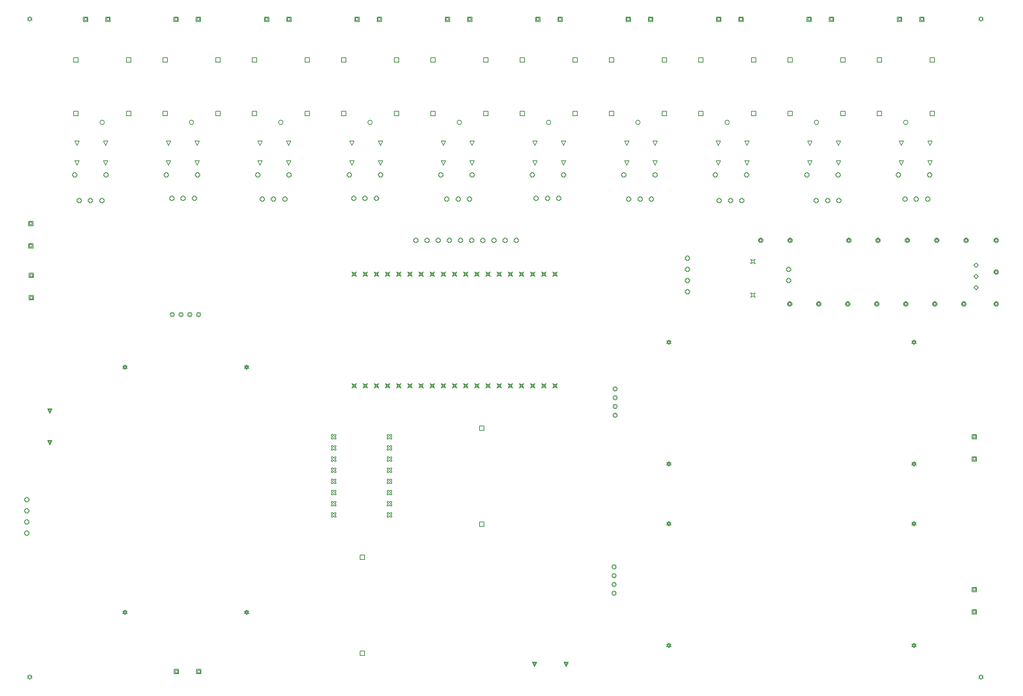
<source format=gbr>
%TF.GenerationSoftware,Altium Limited,Altium Designer,22.1.2 (22)*%
G04 Layer_Color=2752767*
%FSLAX45Y45*%
%MOMM*%
%TF.SameCoordinates,97720CCC-B93B-4F85-99AC-C394CD96EF65*%
%TF.FilePolarity,Positive*%
%TF.FileFunction,Drawing*%
%TF.Part,Single*%
G01*
G75*
%TA.AperFunction,NonConductor*%
%ADD79C,0.12700*%
%ADD115C,0.16933*%
%ADD116C,0.10160*%
D79*
X4314900Y4712100D02*
Y4813700D01*
X4416500D01*
Y4712100D01*
X4314900D01*
X5514900D02*
Y4813700D01*
X5616500D01*
Y4712100D01*
X5514900D01*
Y3492100D02*
Y3593700D01*
X5616500D01*
Y3492100D01*
X5514900D01*
X4314900D02*
Y3593700D01*
X4416500D01*
Y3492100D01*
X4314900D01*
X-6990966Y2815800D02*
X-7041766Y2917400D01*
X-6940166D01*
X-6990966Y2815800D01*
Y2365800D02*
X-7041766Y2467400D01*
X-6940166D01*
X-6990966Y2365800D01*
X-7640966Y2815800D02*
X-7691766Y2917400D01*
X-7590166D01*
X-7640966Y2815800D01*
Y2365800D02*
X-7691766Y2467400D01*
X-7590166D01*
X-7640966Y2365800D01*
X-14968600Y-9329800D02*
X-14943201Y-9304400D01*
X-14917799D01*
X-14943201Y-9279000D01*
X-14917799Y-9253600D01*
X-14943201D01*
X-14968600Y-9228200D01*
X-14994000Y-9253600D01*
X-15019400D01*
X-14994000Y-9279000D01*
X-15019400Y-9304400D01*
X-14994000D01*
X-14968600Y-9329800D01*
X1435100Y-635000D02*
X1460500Y-584200D01*
X1435100Y-533400D01*
X1485900Y-558800D01*
X1536700Y-533400D01*
X1511300Y-584200D01*
X1536700Y-635000D01*
X1485900Y-609600D01*
X1435100Y-635000D01*
Y127000D02*
X1460500Y177800D01*
X1435100Y228600D01*
X1485900Y203200D01*
X1536700Y228600D01*
X1511300Y177800D01*
X1536700Y127000D01*
X1485900Y152400D01*
X1435100Y127000D01*
X-6210300Y635000D02*
Y609600D01*
X-6159500D01*
Y635000D01*
X-6134100D01*
Y685800D01*
X-6159500D01*
Y711200D01*
X-6210300D01*
Y685800D01*
X-6235700D01*
Y635000D01*
X-6210300D01*
X-5956300D02*
Y609600D01*
X-5905500D01*
Y635000D01*
X-5880100D01*
Y685800D01*
X-5905500D01*
Y711200D01*
X-5956300D01*
Y685800D01*
X-5981700D01*
Y635000D01*
X-5956300D01*
X-5702300D02*
Y609600D01*
X-5651500D01*
Y635000D01*
X-5626100D01*
Y685800D01*
X-5651500D01*
Y711200D01*
X-5702300D01*
Y685800D01*
X-5727700D01*
Y635000D01*
X-5702300D01*
X-5448300D02*
Y609600D01*
X-5397500D01*
Y635000D01*
X-5372100D01*
Y685800D01*
X-5397500D01*
Y711200D01*
X-5448300D01*
Y685800D01*
X-5473700D01*
Y635000D01*
X-5448300D01*
X-5194300D02*
Y609600D01*
X-5143500D01*
Y635000D01*
X-5118100D01*
Y685800D01*
X-5143500D01*
Y711200D01*
X-5194300D01*
Y685800D01*
X-5219700D01*
Y635000D01*
X-5194300D01*
X-4940300D02*
Y609600D01*
X-4889500D01*
Y635000D01*
X-4864100D01*
Y685800D01*
X-4889500D01*
Y711200D01*
X-4940300D01*
Y685800D01*
X-4965700D01*
Y635000D01*
X-4940300D01*
X-4686300D02*
Y609600D01*
X-4635500D01*
Y635000D01*
X-4610100D01*
Y685800D01*
X-4635500D01*
Y711200D01*
X-4686300D01*
Y685800D01*
X-4711700D01*
Y635000D01*
X-4686300D01*
X-4432300D02*
Y609600D01*
X-4381500D01*
Y635000D01*
X-4356100D01*
Y685800D01*
X-4381500D01*
Y711200D01*
X-4432300D01*
Y685800D01*
X-4457700D01*
Y635000D01*
X-4432300D01*
X-4178300D02*
Y609600D01*
X-4127500D01*
Y635000D01*
X-4102100D01*
Y685800D01*
X-4127500D01*
Y711200D01*
X-4178300D01*
Y685800D01*
X-4203700D01*
Y635000D01*
X-4178300D01*
X-3924300D02*
Y609600D01*
X-3873500D01*
Y635000D01*
X-3848100D01*
Y685800D01*
X-3873500D01*
Y711200D01*
X-3924300D01*
Y685800D01*
X-3949700D01*
Y635000D01*
X-3924300D01*
X-3813100Y4712100D02*
Y4813700D01*
X-3711500D01*
Y4712100D01*
X-3813100D01*
X-2613100D02*
Y4813700D01*
X-2511500D01*
Y4712100D01*
X-2613100D01*
Y3492100D02*
Y3593700D01*
X-2511500D01*
Y3492100D01*
X-2613100D01*
X-3813100D02*
Y3593700D01*
X-3711500D01*
Y3492100D01*
X-3813100D01*
X-5845100Y4712100D02*
Y4813700D01*
X-5743500D01*
Y4712100D01*
X-5845100D01*
X-4645100D02*
Y4813700D01*
X-4543500D01*
Y4712100D01*
X-4645100D01*
Y3492100D02*
Y3593700D01*
X-4543500D01*
Y3492100D01*
X-4645100D01*
X-5845100D02*
Y3593700D01*
X-5743500D01*
Y3492100D01*
X-5845100D01*
X-11941100D02*
Y3593700D01*
X-11839500D01*
Y3492100D01*
X-11941100D01*
X-10741100D02*
Y3593700D01*
X-10639500D01*
Y3492100D01*
X-10741100D01*
Y4712100D02*
Y4813700D01*
X-10639500D01*
Y4712100D01*
X-10741100D01*
X-11941100D02*
Y4813700D01*
X-11839500D01*
Y4712100D01*
X-11941100D01*
X-6832600Y-5638800D02*
X-6807200D01*
X-6781800Y-5613400D01*
X-6756400Y-5638800D01*
X-6731000D01*
Y-5613400D01*
X-6756400Y-5588000D01*
X-6731000Y-5562600D01*
Y-5537200D01*
X-6756400D01*
X-6781800Y-5562600D01*
X-6807200Y-5537200D01*
X-6832600D01*
Y-5562600D01*
X-6807200Y-5588000D01*
X-6832600Y-5613400D01*
Y-5638800D01*
Y-5384800D02*
X-6807200D01*
X-6781800Y-5359400D01*
X-6756400Y-5384800D01*
X-6731000D01*
Y-5359400D01*
X-6756400Y-5334000D01*
X-6731000Y-5308600D01*
Y-5283200D01*
X-6756400D01*
X-6781800Y-5308600D01*
X-6807200Y-5283200D01*
X-6832600D01*
Y-5308600D01*
X-6807200Y-5334000D01*
X-6832600Y-5359400D01*
Y-5384800D01*
Y-5130800D02*
X-6807200D01*
X-6781800Y-5105400D01*
X-6756400Y-5130800D01*
X-6731000D01*
Y-5105400D01*
X-6756400Y-5080000D01*
X-6731000Y-5054600D01*
Y-5029200D01*
X-6756400D01*
X-6781800Y-5054600D01*
X-6807200Y-5029200D01*
X-6832600D01*
Y-5054600D01*
X-6807200Y-5080000D01*
X-6832600Y-5105400D01*
Y-5130800D01*
Y-4876800D02*
X-6807200D01*
X-6781800Y-4851400D01*
X-6756400Y-4876800D01*
X-6731000D01*
Y-4851400D01*
X-6756400Y-4826000D01*
X-6731000Y-4800600D01*
Y-4775200D01*
X-6756400D01*
X-6781800Y-4800600D01*
X-6807200Y-4775200D01*
X-6832600D01*
Y-4800600D01*
X-6807200Y-4826000D01*
X-6832600Y-4851400D01*
Y-4876800D01*
Y-4622800D02*
X-6807200D01*
X-6781800Y-4597400D01*
X-6756400Y-4622800D01*
X-6731000D01*
Y-4597400D01*
X-6756400Y-4572000D01*
X-6731000Y-4546600D01*
Y-4521200D01*
X-6756400D01*
X-6781800Y-4546600D01*
X-6807200Y-4521200D01*
X-6832600D01*
Y-4546600D01*
X-6807200Y-4572000D01*
X-6832600Y-4597400D01*
Y-4622800D01*
Y-4368800D02*
X-6807200D01*
X-6781800Y-4343400D01*
X-6756400Y-4368800D01*
X-6731000D01*
Y-4343400D01*
X-6756400Y-4318000D01*
X-6731000Y-4292600D01*
Y-4267200D01*
X-6756400D01*
X-6781800Y-4292600D01*
X-6807200Y-4267200D01*
X-6832600D01*
Y-4292600D01*
X-6807200Y-4318000D01*
X-6832600Y-4343400D01*
Y-4368800D01*
Y-4114800D02*
X-6807200D01*
X-6781800Y-4089400D01*
X-6756400Y-4114800D01*
X-6731000D01*
Y-4089400D01*
X-6756400Y-4064000D01*
X-6731000Y-4038600D01*
Y-4013200D01*
X-6756400D01*
X-6781800Y-4038600D01*
X-6807200Y-4013200D01*
X-6832600D01*
Y-4038600D01*
X-6807200Y-4064000D01*
X-6832600Y-4089400D01*
Y-4114800D01*
Y-3860800D02*
X-6807200D01*
X-6781800Y-3835400D01*
X-6756400Y-3860800D01*
X-6731000D01*
Y-3835400D01*
X-6756400Y-3810000D01*
X-6731000Y-3784600D01*
Y-3759200D01*
X-6756400D01*
X-6781800Y-3784600D01*
X-6807200Y-3759200D01*
X-6832600D01*
Y-3784600D01*
X-6807200Y-3810000D01*
X-6832600Y-3835400D01*
Y-3860800D01*
X-8102600D02*
X-8077200D01*
X-8051800Y-3835400D01*
X-8026400Y-3860800D01*
X-8001000D01*
Y-3835400D01*
X-8026400Y-3810000D01*
X-8001000Y-3784600D01*
Y-3759200D01*
X-8026400D01*
X-8051800Y-3784600D01*
X-8077200Y-3759200D01*
X-8102600D01*
Y-3784600D01*
X-8077200Y-3810000D01*
X-8102600Y-3835400D01*
Y-3860800D01*
Y-4114800D02*
X-8077200D01*
X-8051800Y-4089400D01*
X-8026400Y-4114800D01*
X-8001000D01*
Y-4089400D01*
X-8026400Y-4064000D01*
X-8001000Y-4038600D01*
Y-4013200D01*
X-8026400D01*
X-8051800Y-4038600D01*
X-8077200Y-4013200D01*
X-8102600D01*
Y-4038600D01*
X-8077200Y-4064000D01*
X-8102600Y-4089400D01*
Y-4114800D01*
Y-4368800D02*
X-8077200D01*
X-8051800Y-4343400D01*
X-8026400Y-4368800D01*
X-8001000D01*
Y-4343400D01*
X-8026400Y-4318000D01*
X-8001000Y-4292600D01*
Y-4267200D01*
X-8026400D01*
X-8051800Y-4292600D01*
X-8077200Y-4267200D01*
X-8102600D01*
Y-4292600D01*
X-8077200Y-4318000D01*
X-8102600Y-4343400D01*
Y-4368800D01*
Y-4622800D02*
X-8077200D01*
X-8051800Y-4597400D01*
X-8026400Y-4622800D01*
X-8001000D01*
Y-4597400D01*
X-8026400Y-4572000D01*
X-8001000Y-4546600D01*
Y-4521200D01*
X-8026400D01*
X-8051800Y-4546600D01*
X-8077200Y-4521200D01*
X-8102600D01*
Y-4546600D01*
X-8077200Y-4572000D01*
X-8102600Y-4597400D01*
Y-4622800D01*
Y-4876800D02*
X-8077200D01*
X-8051800Y-4851400D01*
X-8026400Y-4876800D01*
X-8001000D01*
Y-4851400D01*
X-8026400Y-4826000D01*
X-8001000Y-4800600D01*
Y-4775200D01*
X-8026400D01*
X-8051800Y-4800600D01*
X-8077200Y-4775200D01*
X-8102600D01*
Y-4800600D01*
X-8077200Y-4826000D01*
X-8102600Y-4851400D01*
Y-4876800D01*
Y-5130800D02*
X-8077200D01*
X-8051800Y-5105400D01*
X-8026400Y-5130800D01*
X-8001000D01*
Y-5105400D01*
X-8026400Y-5080000D01*
X-8001000Y-5054600D01*
Y-5029200D01*
X-8026400D01*
X-8051800Y-5054600D01*
X-8077200Y-5029200D01*
X-8102600D01*
Y-5054600D01*
X-8077200Y-5080000D01*
X-8102600Y-5105400D01*
Y-5130800D01*
Y-5384800D02*
X-8077200D01*
X-8051800Y-5359400D01*
X-8026400Y-5384800D01*
X-8001000D01*
Y-5359400D01*
X-8026400Y-5334000D01*
X-8001000Y-5308600D01*
Y-5283200D01*
X-8026400D01*
X-8051800Y-5308600D01*
X-8077200Y-5283200D01*
X-8102600D01*
Y-5308600D01*
X-8077200Y-5334000D01*
X-8102600Y-5359400D01*
Y-5384800D01*
Y-5638800D02*
X-8077200D01*
X-8051800Y-5613400D01*
X-8026400Y-5638800D01*
X-8001000D01*
Y-5613400D01*
X-8026400Y-5588000D01*
X-8001000Y-5562600D01*
Y-5537200D01*
X-8026400D01*
X-8051800Y-5562600D01*
X-8077200Y-5537200D01*
X-8102600D01*
Y-5562600D01*
X-8077200Y-5588000D01*
X-8102600Y-5613400D01*
Y-5638800D01*
X-14968600Y5646800D02*
X-14943201Y5672200D01*
X-14917799D01*
X-14943201Y5697600D01*
X-14917799Y5723000D01*
X-14943201D01*
X-14968600Y5748400D01*
X-14994000Y5723000D01*
X-15019400D01*
X-14994000Y5697600D01*
X-15019400Y5672200D01*
X-14994000D01*
X-14968600Y5646800D01*
X6675500Y-9329800D02*
X6700900Y-9304400D01*
X6726300D01*
X6700900Y-9279000D01*
X6726300Y-9253600D01*
X6700900D01*
X6675500Y-9228200D01*
X6650100Y-9253600D01*
X6624700D01*
X6650100Y-9279000D01*
X6624700Y-9304400D01*
X6650100D01*
X6675500Y-9329800D01*
X2274600Y-25400D02*
Y-50800D01*
X2325400D01*
Y-25400D01*
X2350800D01*
Y25400D01*
X2325400D01*
Y50800D01*
X2274600D01*
Y25400D01*
X2249200D01*
Y-25400D01*
X2274600D01*
Y-279400D02*
Y-304800D01*
X2325400D01*
Y-279400D01*
X2350800D01*
Y-228600D01*
X2325400D01*
Y-203200D01*
X2274600D01*
Y-228600D01*
X2249200D01*
Y-279400D01*
X2274600D01*
X6675500Y5646800D02*
X6700900Y5672200D01*
X6726300D01*
X6700900Y5697600D01*
X6726300Y5723000D01*
X6700900D01*
X6675500Y5748400D01*
X6650100Y5723000D01*
X6624700D01*
X6650100Y5697600D01*
X6624700Y5672200D01*
X6650100D01*
X6675500Y5646800D01*
X6515100Y-419100D02*
X6565900Y-368300D01*
X6616700Y-419100D01*
X6565900Y-469900D01*
X6515100Y-419100D01*
Y-165100D02*
X6565900Y-114300D01*
X6616700Y-165100D01*
X6565900Y-215900D01*
X6515100Y-165100D01*
Y88900D02*
X6565900Y139700D01*
X6616700Y88900D01*
X6565900Y38100D01*
X6515100Y88900D01*
X5283199Y5638800D02*
Y5740400D01*
X5384799D01*
Y5638800D01*
X5283199D01*
X5303519Y5659120D02*
Y5720080D01*
X5364479D01*
Y5659120D01*
X5303519D01*
X4775199Y5638800D02*
Y5740400D01*
X4876799D01*
Y5638800D01*
X4775199D01*
X4795519Y5659120D02*
Y5720080D01*
X4856479D01*
Y5659120D01*
X4795519D01*
X3225017Y5638800D02*
Y5740400D01*
X3326617D01*
Y5638800D01*
X3225017D01*
X3245337Y5659120D02*
Y5720080D01*
X3306297D01*
Y5659120D01*
X3245337D01*
X2717017Y5638800D02*
Y5740400D01*
X2818617D01*
Y5638800D01*
X2717017D01*
X2737337Y5659120D02*
Y5720080D01*
X2798297D01*
Y5659120D01*
X2737337D01*
X658835Y5638800D02*
Y5740400D01*
X760435D01*
Y5638800D01*
X658835D01*
X679155Y5659120D02*
Y5720080D01*
X740115D01*
Y5659120D01*
X679155D01*
X1166835Y5638800D02*
Y5740400D01*
X1268435D01*
Y5638800D01*
X1166835D01*
X1187155Y5659120D02*
Y5720080D01*
X1248115D01*
Y5659120D01*
X1187155D01*
X-4737100Y-5854500D02*
Y-5752900D01*
X-4635500D01*
Y-5854500D01*
X-4737100D01*
Y-3670500D02*
Y-3568900D01*
X-4635500D01*
Y-3670500D01*
X-4737100D01*
X-14986000Y-190500D02*
Y-88900D01*
X-14884399D01*
Y-190500D01*
X-14986000D01*
X-14965680Y-170180D02*
Y-109220D01*
X-14904720D01*
Y-170180D01*
X-14965680D01*
X-14986000Y-698500D02*
Y-596900D01*
X-14884399D01*
Y-698500D01*
X-14986000D01*
X-14965680Y-678180D02*
Y-617220D01*
X-14904720D01*
Y-678180D01*
X-14965680D01*
X-11176000Y-9207500D02*
Y-9105900D01*
X-11074400D01*
Y-9207500D01*
X-11176000D01*
X-11155680Y-9187180D02*
Y-9126220D01*
X-11094720D01*
Y-9187180D01*
X-11155680D01*
X-11684000Y-9207500D02*
Y-9105900D01*
X-11582400D01*
Y-9207500D01*
X-11684000D01*
X-11663680Y-9187180D02*
Y-9126220D01*
X-11602720D01*
Y-9187180D01*
X-11663680D01*
X-14517999Y-3277600D02*
X-14568800Y-3176000D01*
X-14467200D01*
X-14517999Y-3277600D01*
Y-3257280D02*
X-14548480Y-3196320D01*
X-14487520D01*
X-14517999Y-3257280D01*
Y-3997600D02*
X-14568800Y-3896000D01*
X-14467200D01*
X-14517999Y-3997600D01*
Y-3977280D02*
X-14548480Y-3916320D01*
X-14487520D01*
X-14517999Y-3977280D01*
X-13240440Y5638800D02*
Y5740400D01*
X-13138840D01*
Y5638800D01*
X-13240440D01*
X-13220120Y5659120D02*
Y5720080D01*
X-13159160D01*
Y5659120D01*
X-13220120D01*
X-13748441Y5638800D02*
Y5740400D01*
X-13646840D01*
Y5638800D01*
X-13748441D01*
X-13728120Y5659120D02*
Y5720080D01*
X-13667160D01*
Y5659120D01*
X-13728120D01*
X-11182258Y5638800D02*
Y5740400D01*
X-11080658D01*
Y5638800D01*
X-11182258D01*
X-11161938Y5659120D02*
Y5720080D01*
X-11100978D01*
Y5659120D01*
X-11161938D01*
X-11690258Y5638800D02*
Y5740400D01*
X-11588658D01*
Y5638800D01*
X-11690258D01*
X-11669938Y5659120D02*
Y5720080D01*
X-11608978D01*
Y5659120D01*
X-11669938D01*
X-9124075Y5638800D02*
Y5740400D01*
X-9022475D01*
Y5638800D01*
X-9124075D01*
X-9103755Y5659120D02*
Y5720080D01*
X-9042795D01*
Y5659120D01*
X-9103755D01*
X-9632075Y5638800D02*
Y5740400D01*
X-9530475D01*
Y5638800D01*
X-9632075D01*
X-9611755Y5659120D02*
Y5720080D01*
X-9550795D01*
Y5659120D01*
X-9611755D01*
X-7573893Y5638800D02*
Y5740400D01*
X-7472293D01*
Y5638800D01*
X-7573893D01*
X-7553573Y5659120D02*
Y5720080D01*
X-7492613D01*
Y5659120D01*
X-7553573D01*
X-7065893Y5638800D02*
Y5740400D01*
X-6964293D01*
Y5638800D01*
X-7065893D01*
X-7045573Y5659120D02*
Y5720080D01*
X-6984613D01*
Y5659120D01*
X-7045573D01*
X-5007711Y5638800D02*
Y5740400D01*
X-4906111D01*
Y5638800D01*
X-5007711D01*
X-4987391Y5659120D02*
Y5720080D01*
X-4926431D01*
Y5659120D01*
X-4987391D01*
X-5515711Y5638800D02*
Y5740400D01*
X-5414111D01*
Y5638800D01*
X-5515711D01*
X-5495391Y5659120D02*
Y5720080D01*
X-5434431D01*
Y5659120D01*
X-5495391D01*
X-2949529Y5638800D02*
Y5740400D01*
X-2847929D01*
Y5638800D01*
X-2949529D01*
X-2929209Y5659120D02*
Y5720080D01*
X-2868249D01*
Y5659120D01*
X-2929209D01*
X-3457529Y5638800D02*
Y5740400D01*
X-3355929D01*
Y5638800D01*
X-3457529D01*
X-3437209Y5659120D02*
Y5720080D01*
X-3376249D01*
Y5659120D01*
X-3437209D01*
X-891347Y5638800D02*
Y5740400D01*
X-789747D01*
Y5638800D01*
X-891347D01*
X-871027Y5659120D02*
Y5720080D01*
X-810067D01*
Y5659120D01*
X-871027D01*
X-1399347Y5638800D02*
Y5740400D01*
X-1297747D01*
Y5638800D01*
X-1399347D01*
X-1379027Y5659120D02*
Y5720080D01*
X-1318067D01*
Y5659120D01*
X-1379027D01*
X2784255Y2365800D02*
X2733455Y2467400D01*
X2835055D01*
X2784255Y2365800D01*
Y2815800D02*
X2733455Y2917400D01*
X2835055D01*
X2784255Y2815800D01*
X3434255Y2365800D02*
X3383455Y2467400D01*
X3485055D01*
X3434255Y2365800D01*
Y2815800D02*
X3383455Y2917400D01*
X3485055D01*
X3434255Y2815800D01*
X2282900Y3492100D02*
Y3593700D01*
X2384500D01*
Y3492100D01*
X2282900D01*
X3482900D02*
Y3593700D01*
X3584500D01*
Y3492100D01*
X3482900D01*
Y4712100D02*
Y4813700D01*
X3584500D01*
Y4712100D01*
X3482900D01*
X2282900D02*
Y4813700D01*
X2384500D01*
Y4712100D01*
X2282900D01*
X699210Y2365800D02*
X648410Y2467400D01*
X750010D01*
X699210Y2365800D01*
Y2815800D02*
X648410Y2917400D01*
X750010D01*
X699210Y2815800D01*
X1349211Y2365800D02*
X1298411Y2467400D01*
X1400011D01*
X1349211Y2365800D01*
Y2815800D02*
X1298411Y2917400D01*
X1400011D01*
X1349211Y2815800D01*
X2693000Y2120900D02*
Y2095500D01*
X2743800D01*
Y2120900D01*
X2769200D01*
Y2171700D01*
X2743800D01*
Y2197100D01*
X2693000D01*
Y2171700D01*
X2667600D01*
Y2120900D01*
X2693000D01*
X3403000D02*
Y2095500D01*
X3453800D01*
Y2120900D01*
X3479200D01*
Y2171700D01*
X3453800D01*
Y2197100D01*
X3403000D01*
Y2171700D01*
X3377600D01*
Y2120900D01*
X3403000D01*
X610200D02*
Y2095500D01*
X661000D01*
Y2120900D01*
X686400D01*
Y2171700D01*
X661000D01*
Y2197100D01*
X610200D01*
Y2171700D01*
X584800D01*
Y2120900D01*
X610200D01*
X1320200D02*
Y2095500D01*
X1371000D01*
Y2120900D01*
X1396400D01*
Y2171700D01*
X1371000D01*
Y2197100D01*
X1320200D01*
Y2171700D01*
X1294800D01*
Y2120900D01*
X1320200D01*
X-1385834Y2365800D02*
X-1436634Y2467400D01*
X-1335034D01*
X-1385834Y2365800D01*
Y2815800D02*
X-1436634Y2917400D01*
X-1335034D01*
X-1385834Y2815800D01*
X-735833Y2365800D02*
X-786633Y2467400D01*
X-685033D01*
X-735833Y2365800D01*
Y2815800D02*
X-786633Y2917400D01*
X-685033D01*
X-735833Y2815800D01*
X-2820878D02*
X-2871678Y2917400D01*
X-2770078D01*
X-2820878Y2815800D01*
Y2365800D02*
X-2871678Y2467400D01*
X-2770078D01*
X-2820878Y2365800D01*
X-3470878Y2815800D02*
X-3521678Y2917400D01*
X-3420078D01*
X-3470878Y2815800D01*
Y2365800D02*
X-3521678Y2467400D01*
X-3420078D01*
X-3470878Y2365800D01*
X-4905922Y2815800D02*
X-4956722Y2917400D01*
X-4855122D01*
X-4905922Y2815800D01*
Y2365800D02*
X-4956722Y2467400D01*
X-4855122D01*
X-4905922Y2365800D01*
X-5555922Y2815800D02*
X-5606722Y2917400D01*
X-5505122D01*
X-5555922Y2815800D01*
Y2365800D02*
X-5606722Y2467400D01*
X-5505122D01*
X-5555922Y2365800D01*
X-9726010D02*
X-9776810Y2467400D01*
X-9675210D01*
X-9726010Y2365800D01*
Y2815800D02*
X-9776810Y2917400D01*
X-9675210D01*
X-9726010Y2815800D01*
X-9076010Y2365800D02*
X-9126810Y2467400D01*
X-9025210D01*
X-9076010Y2365800D01*
Y2815800D02*
X-9126810Y2917400D01*
X-9025210D01*
X-9076010Y2815800D01*
X-11161054D02*
X-11211854Y2917400D01*
X-11110254D01*
X-11161054Y2815800D01*
Y2365800D02*
X-11211854Y2467400D01*
X-11110254D01*
X-11161054Y2365800D01*
X-11811054Y2815800D02*
X-11861854Y2917400D01*
X-11760254D01*
X-11811054Y2815800D01*
Y2365800D02*
X-11861854Y2467400D01*
X-11760254D01*
X-11811054Y2365800D01*
X-13896098D02*
X-13946898Y2467400D01*
X-13845297D01*
X-13896098Y2365800D01*
Y2815800D02*
X-13946898Y2917400D01*
X-13845297D01*
X-13896098Y2815800D01*
X-13246098Y2365800D02*
X-13296898Y2467400D01*
X-13195297D01*
X-13246098Y2365800D01*
Y2815800D02*
X-13296898Y2917400D01*
X-13195297D01*
X-13246098Y2815800D01*
X-13969400Y2120900D02*
Y2095500D01*
X-13918600D01*
Y2120900D01*
X-13893201D01*
Y2171700D01*
X-13918600D01*
Y2197100D01*
X-13969400D01*
Y2171700D01*
X-13994800D01*
Y2120900D01*
X-13969400D01*
X-13259399D02*
Y2095500D01*
X-13208600D01*
Y2120900D01*
X-13183200D01*
Y2171700D01*
X-13208600D01*
Y2197100D01*
X-13259399D01*
Y2171700D01*
X-13284801D01*
Y2120900D01*
X-13259399D01*
X-3473100Y1587500D02*
Y1562100D01*
X-3422300D01*
Y1587500D01*
X-3396900D01*
Y1638300D01*
X-3422300D01*
Y1663700D01*
X-3473100D01*
Y1638300D01*
X-3498500D01*
Y1587500D01*
X-3473100D01*
X-3213100D02*
Y1562100D01*
X-3162300D01*
Y1587500D01*
X-3136900D01*
Y1638300D01*
X-3162300D01*
Y1663700D01*
X-3213100D01*
Y1638300D01*
X-3238500D01*
Y1587500D01*
X-3213100D01*
X-2953100D02*
Y1562100D01*
X-2902300D01*
Y1587500D01*
X-2876900D01*
Y1638300D01*
X-2902300D01*
Y1663700D01*
X-2953100D01*
Y1638300D01*
X-2978500D01*
Y1587500D01*
X-2953100D01*
X-11886600Y2120900D02*
Y2095500D01*
X-11835800D01*
Y2120900D01*
X-11810400D01*
Y2171700D01*
X-11835800D01*
Y2197100D01*
X-11886600D01*
Y2171700D01*
X-11912000D01*
Y2120900D01*
X-11886600D01*
X-11176600D02*
Y2095500D01*
X-11125800D01*
Y2120900D01*
X-11100400D01*
Y2171700D01*
X-11125800D01*
Y2197100D01*
X-11176600D01*
Y2171700D01*
X-11202000D01*
Y2120900D01*
X-11176600D01*
X-13874400Y1536700D02*
Y1511300D01*
X-13823599D01*
Y1536700D01*
X-13798199D01*
Y1587500D01*
X-13823599D01*
Y1612900D01*
X-13874400D01*
Y1587500D01*
X-13899800D01*
Y1536700D01*
X-13874400D01*
X-13614400D02*
Y1511300D01*
X-13563600D01*
Y1536700D01*
X-13538200D01*
Y1587500D01*
X-13563600D01*
Y1612900D01*
X-13614400D01*
Y1587500D01*
X-13639799D01*
Y1536700D01*
X-13614400D01*
X-13354401D02*
Y1511300D01*
X-13303600D01*
Y1536700D01*
X-13278200D01*
Y1587500D01*
X-13303600D01*
Y1612900D01*
X-13354401D01*
Y1587500D01*
X-13379800D01*
Y1536700D01*
X-13354401D01*
X-11766200Y1586525D02*
Y1561125D01*
X-11715400D01*
Y1586525D01*
X-11690000D01*
Y1637325D01*
X-11715400D01*
Y1662725D01*
X-11766200D01*
Y1637325D01*
X-11791600D01*
Y1586525D01*
X-11766200D01*
X-11506200D02*
Y1561125D01*
X-11455400D01*
Y1586525D01*
X-11430000D01*
Y1637325D01*
X-11455400D01*
Y1662725D01*
X-11506200D01*
Y1637325D01*
X-11531600D01*
Y1586525D01*
X-11506200D01*
X-11246200D02*
Y1561125D01*
X-11195400D01*
Y1586525D01*
X-11170000D01*
Y1637325D01*
X-11195400D01*
Y1662725D01*
X-11246200D01*
Y1637325D01*
X-11271600D01*
Y1586525D01*
X-11246200D01*
X-1472600Y2120900D02*
Y2095500D01*
X-1421800D01*
Y2120900D01*
X-1396400D01*
Y2171700D01*
X-1421800D01*
Y2197100D01*
X-1472600D01*
Y2171700D01*
X-1498000D01*
Y2120900D01*
X-1472600D01*
X-762600D02*
Y2095500D01*
X-711800D01*
Y2120900D01*
X-686400D01*
Y2171700D01*
X-711800D01*
Y2197100D01*
X-762600D01*
Y2171700D01*
X-788000D01*
Y2120900D01*
X-762600D01*
X-3555400D02*
Y2095500D01*
X-3504600D01*
Y2120900D01*
X-3479200D01*
Y2171700D01*
X-3504600D01*
Y2197100D01*
X-3555400D01*
Y2171700D01*
X-3580800D01*
Y2120900D01*
X-3555400D01*
X-2845400D02*
Y2095500D01*
X-2794600D01*
Y2120900D01*
X-2769200D01*
Y2171700D01*
X-2794600D01*
Y2197100D01*
X-2845400D01*
Y2171700D01*
X-2870800D01*
Y2120900D01*
X-2845400D01*
X-5638200D02*
Y2095500D01*
X-5587400D01*
Y2120900D01*
X-5562000D01*
Y2171700D01*
X-5587400D01*
Y2197100D01*
X-5638200D01*
Y2171700D01*
X-5663600D01*
Y2120900D01*
X-5638200D01*
X-4928200D02*
Y2095500D01*
X-4877400D01*
Y2120900D01*
X-4852000D01*
Y2171700D01*
X-4877400D01*
Y2197100D01*
X-4928200D01*
Y2171700D01*
X-4953600D01*
Y2120900D01*
X-4928200D01*
X-7721000D02*
Y2095500D01*
X-7670200D01*
Y2120900D01*
X-7644800D01*
Y2171700D01*
X-7670200D01*
Y2197100D01*
X-7721000D01*
Y2171700D01*
X-7746400D01*
Y2120900D01*
X-7721000D01*
X-7011000D02*
Y2095500D01*
X-6960200D01*
Y2120900D01*
X-6934800D01*
Y2171700D01*
X-6960200D01*
Y2197100D01*
X-7011000D01*
Y2171700D01*
X-7036400D01*
Y2120900D01*
X-7011000D01*
X-9708800Y1574800D02*
Y1549400D01*
X-9658000D01*
Y1574800D01*
X-9632600D01*
Y1625600D01*
X-9658000D01*
Y1651000D01*
X-9708800D01*
Y1625600D01*
X-9734200D01*
Y1574800D01*
X-9708800D01*
X-9448800D02*
Y1549400D01*
X-9398000D01*
Y1574800D01*
X-9372600D01*
Y1625600D01*
X-9398000D01*
Y1651000D01*
X-9448800D01*
Y1625600D01*
X-9474200D01*
Y1574800D01*
X-9448800D01*
X-9188800D02*
Y1549400D01*
X-9138000D01*
Y1574800D01*
X-9112600D01*
Y1625600D01*
X-9138000D01*
Y1651000D01*
X-9188800D01*
Y1625600D01*
X-9214200D01*
Y1574800D01*
X-9188800D01*
X-7626000Y1587500D02*
Y1562100D01*
X-7575200D01*
Y1587500D01*
X-7549800D01*
Y1638300D01*
X-7575200D01*
Y1663700D01*
X-7626000D01*
Y1638300D01*
X-7651400D01*
Y1587500D01*
X-7626000D01*
X-7366000D02*
Y1562100D01*
X-7315200D01*
Y1587500D01*
X-7289800D01*
Y1638300D01*
X-7315200D01*
Y1663700D01*
X-7366000D01*
Y1638300D01*
X-7391400D01*
Y1587500D01*
X-7366000D01*
X-7106000D02*
Y1562100D01*
X-7055200D01*
Y1587500D01*
X-7029800D01*
Y1638300D01*
X-7055200D01*
Y1663700D01*
X-7106000D01*
Y1638300D01*
X-7131400D01*
Y1587500D01*
X-7106000D01*
X-1364900Y1574800D02*
Y1549400D01*
X-1314100D01*
Y1574800D01*
X-1288700D01*
Y1625600D01*
X-1314100D01*
Y1651000D01*
X-1364900D01*
Y1625600D01*
X-1390300D01*
Y1574800D01*
X-1364900D01*
X-1104900D02*
Y1549400D01*
X-1054100D01*
Y1574800D01*
X-1028700D01*
Y1625600D01*
X-1054100D01*
Y1651000D01*
X-1104900D01*
Y1625600D01*
X-1130300D01*
Y1574800D01*
X-1104900D01*
X-844900D02*
Y1549400D01*
X-794100D01*
Y1574800D01*
X-768700D01*
Y1625600D01*
X-794100D01*
Y1651000D01*
X-844900D01*
Y1625600D01*
X-870300D01*
Y1574800D01*
X-844900D01*
X4921600D02*
Y1549400D01*
X4972400D01*
Y1574800D01*
X4997800D01*
Y1625600D01*
X4972400D01*
Y1651000D01*
X4921600D01*
Y1625600D01*
X4896200D01*
Y1574800D01*
X4921600D01*
X5181600D02*
Y1549400D01*
X5232400D01*
Y1574800D01*
X5257800D01*
Y1625600D01*
X5232400D01*
Y1651000D01*
X5181600D01*
Y1625600D01*
X5156200D01*
Y1574800D01*
X5181600D01*
X5441600D02*
Y1549400D01*
X5492400D01*
Y1574800D01*
X5517800D01*
Y1625600D01*
X5492400D01*
Y1651000D01*
X5441600D01*
Y1625600D01*
X5416200D01*
Y1574800D01*
X5441600D01*
X-5505100D02*
Y1549400D01*
X-5454300D01*
Y1574800D01*
X-5428900D01*
Y1625600D01*
X-5454300D01*
Y1651000D01*
X-5505100D01*
Y1625600D01*
X-5530500D01*
Y1574800D01*
X-5505100D01*
X-5245100D02*
Y1549400D01*
X-5194300D01*
Y1574800D01*
X-5168900D01*
Y1625600D01*
X-5194300D01*
Y1651000D01*
X-5245100D01*
Y1625600D01*
X-5270500D01*
Y1574800D01*
X-5245100D01*
X-4985100D02*
Y1549400D01*
X-4934300D01*
Y1574800D01*
X-4908900D01*
Y1625600D01*
X-4934300D01*
Y1651000D01*
X-4985100D01*
Y1625600D01*
X-5010500D01*
Y1574800D01*
X-4985100D01*
X692500Y1536700D02*
Y1511300D01*
X743300D01*
Y1536700D01*
X768700D01*
Y1587500D01*
X743300D01*
Y1612900D01*
X692500D01*
Y1587500D01*
X667100D01*
Y1536700D01*
X692500D01*
X952500D02*
Y1511300D01*
X1003300D01*
Y1536700D01*
X1028700D01*
Y1587500D01*
X1003300D01*
Y1612900D01*
X952500D01*
Y1587500D01*
X927100D01*
Y1536700D01*
X952500D01*
X1212500D02*
Y1511300D01*
X1263300D01*
Y1536700D01*
X1288700D01*
Y1587500D01*
X1263300D01*
Y1612900D01*
X1212500D01*
Y1587500D01*
X1187100D01*
Y1536700D01*
X1212500D01*
X2902300D02*
Y1511300D01*
X2953100D01*
Y1536700D01*
X2978500D01*
Y1587500D01*
X2953100D01*
Y1612900D01*
X2902300D01*
Y1587500D01*
X2876900D01*
Y1536700D01*
X2902300D01*
X3162300D02*
Y1511300D01*
X3213100D01*
Y1536700D01*
X3238500D01*
Y1587500D01*
X3213100D01*
Y1612900D01*
X3162300D01*
Y1587500D01*
X3136900D01*
Y1536700D01*
X3162300D01*
X3422300D02*
Y1511300D01*
X3473100D01*
Y1536700D01*
X3498500D01*
Y1587500D01*
X3473100D01*
Y1612900D01*
X3422300D01*
Y1587500D01*
X3396900D01*
Y1536700D01*
X3422300D01*
X5519299Y2815800D02*
X5468499Y2917400D01*
X5570099D01*
X5519299Y2815800D01*
Y2365800D02*
X5468499Y2467400D01*
X5570099D01*
X5519299Y2365800D01*
X4869299Y2815800D02*
X4818499Y2917400D01*
X4920099D01*
X4869299Y2815800D01*
Y2365800D02*
X4818499Y2467400D01*
X4920099D01*
X4869299Y2365800D01*
X-2764200Y-9040400D02*
X-2815000Y-8938800D01*
X-2713400D01*
X-2764200Y-9040400D01*
Y-9020080D02*
X-2794680Y-8959120D01*
X-2733720D01*
X-2764200Y-9020080D01*
X-3484200Y-9040400D02*
X-3535000Y-8938800D01*
X-3433400D01*
X-3484200Y-9040400D01*
Y-9020080D02*
X-3514680Y-8959120D01*
X-3453720D01*
X-3484200Y-9020080D01*
X-1781100Y3492100D02*
Y3593700D01*
X-1679500D01*
Y3492100D01*
X-1781100D01*
X-581100D02*
Y3593700D01*
X-479500D01*
Y3492100D01*
X-581100D01*
Y4712100D02*
Y4813700D01*
X-479500D01*
Y4712100D01*
X-581100D01*
X-1781100D02*
Y4813700D01*
X-1679500D01*
Y4712100D01*
X-1781100D01*
X250900Y3492100D02*
Y3593700D01*
X352500D01*
Y3492100D01*
X250900D01*
X1450900D02*
Y3593700D01*
X1552500D01*
Y3492100D01*
X1450900D01*
Y4712100D02*
Y4813700D01*
X1552500D01*
Y4712100D01*
X1450900D01*
X250900D02*
Y4813700D01*
X352500D01*
Y4712100D01*
X250900D01*
X-13973100D02*
Y4813700D01*
X-13871500D01*
Y4712100D01*
X-13973100D01*
X-12773100D02*
Y4813700D01*
X-12671500D01*
Y4712100D01*
X-12773100D01*
Y3492100D02*
Y3593700D01*
X-12671500D01*
Y3492100D01*
X-12773100D01*
X-13973100D02*
Y3593700D01*
X-13871500D01*
Y3492100D01*
X-13973100D01*
X-9909100D02*
Y3593700D01*
X-9807500D01*
Y3492100D01*
X-9909100D01*
X-8709100D02*
Y3593700D01*
X-8607500D01*
Y3492100D01*
X-8709100D01*
Y4712100D02*
Y4813700D01*
X-8607500D01*
Y4712100D01*
X-8709100D01*
X-9909100D02*
Y4813700D01*
X-9807500D01*
Y4712100D01*
X-9909100D01*
X-7877100Y3492100D02*
Y3593700D01*
X-7775500D01*
Y3492100D01*
X-7877100D01*
X-6677100D02*
Y3593700D01*
X-6575500D01*
Y3492100D01*
X-6677100D01*
Y4712100D02*
Y4813700D01*
X-6575500D01*
Y4712100D01*
X-6677100D01*
X-7877100D02*
Y4813700D01*
X-7775500D01*
Y4712100D01*
X-7877100D01*
X-9803800Y2120900D02*
Y2095500D01*
X-9753000D01*
Y2120900D01*
X-9727600D01*
Y2171700D01*
X-9753000D01*
Y2197100D01*
X-9803800D01*
Y2171700D01*
X-9829200D01*
Y2120900D01*
X-9803800D01*
X-9093800D02*
Y2095500D01*
X-9043000D01*
Y2120900D01*
X-9017600D01*
Y2171700D01*
X-9043000D01*
Y2197100D01*
X-9093800D01*
Y2171700D01*
X-9119200D01*
Y2120900D01*
X-9093800D01*
X4775800D02*
Y2095500D01*
X4826600D01*
Y2120900D01*
X4852000D01*
Y2171700D01*
X4826600D01*
Y2197100D01*
X4775800D01*
Y2171700D01*
X4750400D01*
Y2120900D01*
X4775800D01*
X5485800D02*
Y2095500D01*
X5536600D01*
Y2120900D01*
X5562000D01*
Y2171700D01*
X5536600D01*
Y2197100D01*
X5485800D01*
Y2171700D01*
X5460400D01*
Y2120900D01*
X5485800D01*
X-7454900Y-6604200D02*
Y-6502600D01*
X-7353300D01*
Y-6604200D01*
X-7454900D01*
Y-8788200D02*
Y-8686600D01*
X-7353300D01*
Y-8788200D01*
X-7454900D01*
X-427800Y-8611300D02*
X-402400Y-8585900D01*
X-377000D01*
X-402400Y-8560500D01*
X-377000Y-8535100D01*
X-402400D01*
X-427800Y-8509700D01*
X-453200Y-8535100D01*
X-478600D01*
X-453200Y-8560500D01*
X-478600Y-8585900D01*
X-453200D01*
X-427800Y-8611300D01*
Y-8590980D02*
X-412560Y-8575740D01*
X-397320D01*
X-412560Y-8560500D01*
X-397320Y-8545260D01*
X-412560D01*
X-427800Y-8530020D01*
X-443040Y-8545260D01*
X-458280D01*
X-443040Y-8560500D01*
X-458280Y-8575740D01*
X-443040D01*
X-427800Y-8590980D01*
Y-5841300D02*
X-402400Y-5815900D01*
X-377000D01*
X-402400Y-5790500D01*
X-377000Y-5765100D01*
X-402400D01*
X-427800Y-5739700D01*
X-453200Y-5765100D01*
X-478600D01*
X-453200Y-5790500D01*
X-478600Y-5815900D01*
X-453200D01*
X-427800Y-5841300D01*
Y-5820980D02*
X-412560Y-5805740D01*
X-397320D01*
X-412560Y-5790500D01*
X-397320Y-5775260D01*
X-412560D01*
X-427800Y-5760020D01*
X-443040Y-5775260D01*
X-458280D01*
X-443040Y-5790500D01*
X-458280Y-5805740D01*
X-443040D01*
X-427800Y-5820980D01*
X5152200Y-8611300D02*
X5177600Y-8585900D01*
X5203000D01*
X5177600Y-8560500D01*
X5203000Y-8535100D01*
X5177600D01*
X5152200Y-8509700D01*
X5126800Y-8535100D01*
X5101400D01*
X5126800Y-8560500D01*
X5101400Y-8585900D01*
X5126800D01*
X5152200Y-8611300D01*
Y-8590980D02*
X5167440Y-8575740D01*
X5182680D01*
X5167440Y-8560500D01*
X5182680Y-8545260D01*
X5167440D01*
X5152200Y-8530020D01*
X5136960Y-8545260D01*
X5121720D01*
X5136960Y-8560500D01*
X5121720Y-8575740D01*
X5136960D01*
X5152200Y-8590980D01*
Y-5841300D02*
X5177600Y-5815900D01*
X5203000D01*
X5177600Y-5790500D01*
X5203000Y-5765100D01*
X5177600D01*
X5152200Y-5739700D01*
X5126800Y-5765100D01*
X5101400D01*
X5126800Y-5790500D01*
X5101400Y-5815900D01*
X5126800D01*
X5152200Y-5841300D01*
Y-5820980D02*
X5167440Y-5805740D01*
X5182680D01*
X5167440Y-5790500D01*
X5182680Y-5775260D01*
X5167440D01*
X5152200Y-5760020D01*
X5136960Y-5775260D01*
X5121720D01*
X5136960Y-5790500D01*
X5121720Y-5805740D01*
X5136960D01*
X5152200Y-5820980D01*
X-12802299Y-2277300D02*
X-12776900Y-2251900D01*
X-12751500D01*
X-12776900Y-2226500D01*
X-12751500Y-2201100D01*
X-12776900D01*
X-12802299Y-2175700D01*
X-12827699Y-2201100D01*
X-12853101D01*
X-12827699Y-2226500D01*
X-12853101Y-2251900D01*
X-12827699D01*
X-12802299Y-2277300D01*
Y-2256980D02*
X-12787060Y-2241740D01*
X-12771820D01*
X-12787060Y-2226500D01*
X-12771820Y-2211260D01*
X-12787060D01*
X-12802299Y-2196020D01*
X-12817540Y-2211260D01*
X-12832780D01*
X-12817540Y-2226500D01*
X-12832780Y-2241740D01*
X-12817540D01*
X-12802299Y-2256980D01*
X-10032300Y-2277300D02*
X-10006900Y-2251900D01*
X-9981500D01*
X-10006900Y-2226500D01*
X-9981500Y-2201100D01*
X-10006900D01*
X-10032300Y-2175700D01*
X-10057700Y-2201100D01*
X-10083100D01*
X-10057700Y-2226500D01*
X-10083100Y-2251900D01*
X-10057700D01*
X-10032300Y-2277300D01*
Y-2256980D02*
X-10017060Y-2241740D01*
X-10001820D01*
X-10017060Y-2226500D01*
X-10001820Y-2211260D01*
X-10017060D01*
X-10032300Y-2196020D01*
X-10047540Y-2211260D01*
X-10062780D01*
X-10047540Y-2226500D01*
X-10062780Y-2241740D01*
X-10047540D01*
X-10032300Y-2256980D01*
X-12802299Y-7857300D02*
X-12776900Y-7831900D01*
X-12751500D01*
X-12776900Y-7806500D01*
X-12751500Y-7781100D01*
X-12776900D01*
X-12802299Y-7755700D01*
X-12827699Y-7781100D01*
X-12853101D01*
X-12827699Y-7806500D01*
X-12853101Y-7831900D01*
X-12827699D01*
X-12802299Y-7857300D01*
Y-7836980D02*
X-12787060Y-7821740D01*
X-12771820D01*
X-12787060Y-7806500D01*
X-12771820Y-7791260D01*
X-12787060D01*
X-12802299Y-7776020D01*
X-12817540Y-7791260D01*
X-12832780D01*
X-12817540Y-7806500D01*
X-12832780Y-7821740D01*
X-12817540D01*
X-12802299Y-7836980D01*
X-10032300Y-7857300D02*
X-10006900Y-7831900D01*
X-9981500D01*
X-10006900Y-7806500D01*
X-9981500Y-7781100D01*
X-10006900D01*
X-10032300Y-7755700D01*
X-10057700Y-7781100D01*
X-10083100D01*
X-10057700Y-7806500D01*
X-10083100Y-7831900D01*
X-10057700D01*
X-10032300Y-7857300D01*
Y-7836980D02*
X-10017060Y-7821740D01*
X-10001820D01*
X-10017060Y-7806500D01*
X-10001820Y-7791260D01*
X-10017060D01*
X-10032300Y-7776020D01*
X-10047540Y-7791260D01*
X-10062780D01*
X-10047540Y-7806500D01*
X-10062780Y-7821740D01*
X-10047540D01*
X-10032300Y-7836980D01*
X-427800Y-4483800D02*
X-402400Y-4458400D01*
X-377000D01*
X-402400Y-4433000D01*
X-377000Y-4407600D01*
X-402400D01*
X-427800Y-4382200D01*
X-453200Y-4407600D01*
X-478600D01*
X-453200Y-4433000D01*
X-478600Y-4458400D01*
X-453200D01*
X-427800Y-4483800D01*
Y-4463480D02*
X-412560Y-4448240D01*
X-397320D01*
X-412560Y-4433000D01*
X-397320Y-4417760D01*
X-412560D01*
X-427800Y-4402520D01*
X-443040Y-4417760D01*
X-458280D01*
X-443040Y-4433000D01*
X-458280Y-4448240D01*
X-443040D01*
X-427800Y-4463480D01*
Y-1713800D02*
X-402400Y-1688400D01*
X-377000D01*
X-402400Y-1663000D01*
X-377000Y-1637600D01*
X-402400D01*
X-427800Y-1612200D01*
X-453200Y-1637600D01*
X-478600D01*
X-453200Y-1663000D01*
X-478600Y-1688400D01*
X-453200D01*
X-427800Y-1713800D01*
Y-1693480D02*
X-412560Y-1678240D01*
X-397320D01*
X-412560Y-1663000D01*
X-397320Y-1647760D01*
X-412560D01*
X-427800Y-1632520D01*
X-443040Y-1647760D01*
X-458280D01*
X-443040Y-1663000D01*
X-458280Y-1678240D01*
X-443040D01*
X-427800Y-1693480D01*
X5152200Y-4483800D02*
X5177600Y-4458400D01*
X5203000D01*
X5177600Y-4433000D01*
X5203000Y-4407600D01*
X5177600D01*
X5152200Y-4382200D01*
X5126800Y-4407600D01*
X5101400D01*
X5126800Y-4433000D01*
X5101400Y-4458400D01*
X5126800D01*
X5152200Y-4483800D01*
Y-4463480D02*
X5167440Y-4448240D01*
X5182680D01*
X5167440Y-4433000D01*
X5182680Y-4417760D01*
X5167440D01*
X5152200Y-4402520D01*
X5136960Y-4417760D01*
X5121720D01*
X5136960Y-4433000D01*
X5121720Y-4448240D01*
X5136960D01*
X5152200Y-4463480D01*
Y-1713800D02*
X5177600Y-1688400D01*
X5203000D01*
X5177600Y-1663000D01*
X5203000Y-1637600D01*
X5177600D01*
X5152200Y-1612200D01*
X5126800Y-1637600D01*
X5101400D01*
X5126800Y-1663000D01*
X5101400Y-1688400D01*
X5126800D01*
X5152200Y-1713800D01*
Y-1693480D02*
X5167440Y-1678240D01*
X5182680D01*
X5167440Y-1663000D01*
X5182680Y-1647760D01*
X5167440D01*
X5152200Y-1632520D01*
X5136960Y-1647760D01*
X5121720D01*
X5136960Y-1663000D01*
X5121720Y-1678240D01*
X5136960D01*
X5152200Y-1693480D01*
X6477000Y-7848600D02*
Y-7747000D01*
X6578600D01*
Y-7848600D01*
X6477000D01*
X6497320Y-7828280D02*
Y-7767320D01*
X6558280D01*
Y-7828280D01*
X6497320D01*
X6477000Y-7340600D02*
Y-7239000D01*
X6578600D01*
Y-7340600D01*
X6477000D01*
X6497320Y-7320280D02*
Y-7259320D01*
X6558280D01*
Y-7320280D01*
X6497320D01*
X-25400Y-533400D02*
Y-558800D01*
X25400D01*
Y-533400D01*
X50800D01*
Y-482600D01*
X25400D01*
Y-457200D01*
X-25400D01*
Y-482600D01*
X-50800D01*
Y-533400D01*
X-25400D01*
Y-279400D02*
Y-304800D01*
X25400D01*
Y-279400D01*
X50800D01*
Y-228600D01*
X25400D01*
Y-203200D01*
X-25400D01*
Y-228600D01*
X-50800D01*
Y-279400D01*
X-25400D01*
Y-25400D02*
Y-50800D01*
X25400D01*
Y-25400D01*
X50800D01*
Y25400D01*
X25400D01*
Y50800D01*
X-25400D01*
Y25400D01*
X-50800D01*
Y-25400D01*
X-25400D01*
Y228600D02*
Y203200D01*
X25400D01*
Y228600D01*
X50800D01*
Y279400D01*
X25400D01*
Y304800D01*
X-25400D01*
Y279400D01*
X-50800D01*
Y228600D01*
X-25400D01*
X-15062199Y-6032500D02*
Y-6057900D01*
X-15011400D01*
Y-6032500D01*
X-14986000D01*
Y-5981700D01*
X-15011400D01*
Y-5956300D01*
X-15062199D01*
Y-5981700D01*
X-15087601D01*
Y-6032500D01*
X-15062199D01*
Y-5778500D02*
Y-5803900D01*
X-15011400D01*
Y-5778500D01*
X-14986000D01*
Y-5727700D01*
X-15011400D01*
Y-5702300D01*
X-15062199D01*
Y-5727700D01*
X-15087601D01*
Y-5778500D01*
X-15062199D01*
Y-5524500D02*
Y-5549900D01*
X-15011400D01*
Y-5524500D01*
X-14986000D01*
Y-5473700D01*
X-15011400D01*
Y-5448300D01*
X-15062199D01*
Y-5473700D01*
X-15087601D01*
Y-5524500D01*
X-15062199D01*
Y-5270500D02*
Y-5295900D01*
X-15011400D01*
Y-5270500D01*
X-14986000D01*
Y-5219700D01*
X-15011400D01*
Y-5194300D01*
X-15062199D01*
Y-5219700D01*
X-15087601D01*
Y-5270500D01*
X-15062199D01*
X-14998700Y990600D02*
Y1092200D01*
X-14897099D01*
Y990600D01*
X-14998700D01*
X-14978380Y1010920D02*
Y1071880D01*
X-14917419D01*
Y1010920D01*
X-14978380D01*
X-14998700Y482600D02*
Y584200D01*
X-14897099D01*
Y482600D01*
X-14998700D01*
X-14978380Y502920D02*
Y563880D01*
X-14917419D01*
Y502920D01*
X-14978380D01*
X6477000Y-4368800D02*
Y-4267200D01*
X6578600D01*
Y-4368800D01*
X6477000D01*
X6497320Y-4348480D02*
Y-4287520D01*
X6558280D01*
Y-4348480D01*
X6497320D01*
X6477000Y-3860800D02*
Y-3759200D01*
X6578600D01*
Y-3860800D01*
X6477000D01*
X6497320Y-3840480D02*
Y-3779520D01*
X6558280D01*
Y-3840480D01*
X6497320D01*
X-7640200Y-2705100D02*
X-7614800Y-2654300D01*
X-7640200Y-2603500D01*
X-7589400Y-2628900D01*
X-7538600Y-2603500D01*
X-7564000Y-2654300D01*
X-7538600Y-2705100D01*
X-7589400Y-2679700D01*
X-7640200Y-2705100D01*
X-7619880Y-2684780D02*
X-7604640Y-2654300D01*
X-7619880Y-2623820D01*
X-7589400Y-2639060D01*
X-7558920Y-2623820D01*
X-7574160Y-2654300D01*
X-7558920Y-2684780D01*
X-7589400Y-2669540D01*
X-7619880Y-2684780D01*
X-7386200Y-2705100D02*
X-7360800Y-2654300D01*
X-7386200Y-2603500D01*
X-7335400Y-2628900D01*
X-7284600Y-2603500D01*
X-7310000Y-2654300D01*
X-7284600Y-2705100D01*
X-7335400Y-2679700D01*
X-7386200Y-2705100D01*
X-7365880Y-2684780D02*
X-7350640Y-2654300D01*
X-7365880Y-2623820D01*
X-7335400Y-2639060D01*
X-7304920Y-2623820D01*
X-7320160Y-2654300D01*
X-7304920Y-2684780D01*
X-7335400Y-2669540D01*
X-7365880Y-2684780D01*
X-3068200Y-2705100D02*
X-3042800Y-2654300D01*
X-3068200Y-2603500D01*
X-3017400Y-2628900D01*
X-2966600Y-2603500D01*
X-2992000Y-2654300D01*
X-2966600Y-2705100D01*
X-3017400Y-2679700D01*
X-3068200Y-2705100D01*
X-3047880Y-2684780D02*
X-3032640Y-2654300D01*
X-3047880Y-2623820D01*
X-3017400Y-2639060D01*
X-2986920Y-2623820D01*
X-3002160Y-2654300D01*
X-2986920Y-2684780D01*
X-3017400Y-2669540D01*
X-3047880Y-2684780D01*
X-7132200Y-2705100D02*
X-7106800Y-2654300D01*
X-7132200Y-2603500D01*
X-7081400Y-2628900D01*
X-7030600Y-2603500D01*
X-7056000Y-2654300D01*
X-7030600Y-2705100D01*
X-7081400Y-2679700D01*
X-7132200Y-2705100D01*
X-7111880Y-2684780D02*
X-7096640Y-2654300D01*
X-7111880Y-2623820D01*
X-7081400Y-2639060D01*
X-7050920Y-2623820D01*
X-7066160Y-2654300D01*
X-7050920Y-2684780D01*
X-7081400Y-2669540D01*
X-7111880Y-2684780D01*
X-6878200Y-2705100D02*
X-6852800Y-2654300D01*
X-6878200Y-2603500D01*
X-6827400Y-2628900D01*
X-6776600Y-2603500D01*
X-6802000Y-2654300D01*
X-6776600Y-2705100D01*
X-6827400Y-2679700D01*
X-6878200Y-2705100D01*
X-6857880Y-2684780D02*
X-6842640Y-2654300D01*
X-6857880Y-2623820D01*
X-6827400Y-2639060D01*
X-6796920Y-2623820D01*
X-6812160Y-2654300D01*
X-6796920Y-2684780D01*
X-6827400Y-2669540D01*
X-6857880Y-2684780D01*
X-6624200Y-2705100D02*
X-6598800Y-2654300D01*
X-6624200Y-2603500D01*
X-6573400Y-2628900D01*
X-6522600Y-2603500D01*
X-6548000Y-2654300D01*
X-6522600Y-2705100D01*
X-6573400Y-2679700D01*
X-6624200Y-2705100D01*
X-6603880Y-2684780D02*
X-6588640Y-2654300D01*
X-6603880Y-2623820D01*
X-6573400Y-2639060D01*
X-6542920Y-2623820D01*
X-6558160Y-2654300D01*
X-6542920Y-2684780D01*
X-6573400Y-2669540D01*
X-6603880Y-2684780D01*
X-6370200Y-2705100D02*
X-6344800Y-2654300D01*
X-6370200Y-2603500D01*
X-6319400Y-2628900D01*
X-6268600Y-2603500D01*
X-6294000Y-2654300D01*
X-6268600Y-2705100D01*
X-6319400Y-2679700D01*
X-6370200Y-2705100D01*
X-6349880Y-2684780D02*
X-6334640Y-2654300D01*
X-6349880Y-2623820D01*
X-6319400Y-2639060D01*
X-6288920Y-2623820D01*
X-6304160Y-2654300D01*
X-6288920Y-2684780D01*
X-6319400Y-2669540D01*
X-6349880Y-2684780D01*
X-6116200Y-2705100D02*
X-6090800Y-2654300D01*
X-6116200Y-2603500D01*
X-6065400Y-2628900D01*
X-6014600Y-2603500D01*
X-6040000Y-2654300D01*
X-6014600Y-2705100D01*
X-6065400Y-2679700D01*
X-6116200Y-2705100D01*
X-6095880Y-2684780D02*
X-6080640Y-2654300D01*
X-6095880Y-2623820D01*
X-6065400Y-2639060D01*
X-6034920Y-2623820D01*
X-6050160Y-2654300D01*
X-6034920Y-2684780D01*
X-6065400Y-2669540D01*
X-6095880Y-2684780D01*
X-5862200Y-2705100D02*
X-5836800Y-2654300D01*
X-5862200Y-2603500D01*
X-5811400Y-2628900D01*
X-5760600Y-2603500D01*
X-5786000Y-2654300D01*
X-5760600Y-2705100D01*
X-5811400Y-2679700D01*
X-5862200Y-2705100D01*
X-5841880Y-2684780D02*
X-5826640Y-2654300D01*
X-5841880Y-2623820D01*
X-5811400Y-2639060D01*
X-5780920Y-2623820D01*
X-5796160Y-2654300D01*
X-5780920Y-2684780D01*
X-5811400Y-2669540D01*
X-5841880Y-2684780D01*
X-5608200Y-2705100D02*
X-5582800Y-2654300D01*
X-5608200Y-2603500D01*
X-5557400Y-2628900D01*
X-5506600Y-2603500D01*
X-5532000Y-2654300D01*
X-5506600Y-2705100D01*
X-5557400Y-2679700D01*
X-5608200Y-2705100D01*
X-5587880Y-2684780D02*
X-5572640Y-2654300D01*
X-5587880Y-2623820D01*
X-5557400Y-2639060D01*
X-5526920Y-2623820D01*
X-5542160Y-2654300D01*
X-5526920Y-2684780D01*
X-5557400Y-2669540D01*
X-5587880Y-2684780D01*
X-5354200Y-2705100D02*
X-5328800Y-2654300D01*
X-5354200Y-2603500D01*
X-5303400Y-2628900D01*
X-5252600Y-2603500D01*
X-5278000Y-2654300D01*
X-5252600Y-2705100D01*
X-5303400Y-2679700D01*
X-5354200Y-2705100D01*
X-5333880Y-2684780D02*
X-5318640Y-2654300D01*
X-5333880Y-2623820D01*
X-5303400Y-2639060D01*
X-5272920Y-2623820D01*
X-5288160Y-2654300D01*
X-5272920Y-2684780D01*
X-5303400Y-2669540D01*
X-5333880Y-2684780D01*
X-5100200Y-2705100D02*
X-5074800Y-2654300D01*
X-5100200Y-2603500D01*
X-5049400Y-2628900D01*
X-4998600Y-2603500D01*
X-5024000Y-2654300D01*
X-4998600Y-2705100D01*
X-5049400Y-2679700D01*
X-5100200Y-2705100D01*
X-5079880Y-2684780D02*
X-5064640Y-2654300D01*
X-5079880Y-2623820D01*
X-5049400Y-2639060D01*
X-5018920Y-2623820D01*
X-5034160Y-2654300D01*
X-5018920Y-2684780D01*
X-5049400Y-2669540D01*
X-5079880Y-2684780D01*
X-4846200Y-2705100D02*
X-4820800Y-2654300D01*
X-4846200Y-2603500D01*
X-4795400Y-2628900D01*
X-4744600Y-2603500D01*
X-4770000Y-2654300D01*
X-4744600Y-2705100D01*
X-4795400Y-2679700D01*
X-4846200Y-2705100D01*
X-4825880Y-2684780D02*
X-4810640Y-2654300D01*
X-4825880Y-2623820D01*
X-4795400Y-2639060D01*
X-4764920Y-2623820D01*
X-4780160Y-2654300D01*
X-4764920Y-2684780D01*
X-4795400Y-2669540D01*
X-4825880Y-2684780D01*
X-4592200Y-2705100D02*
X-4566800Y-2654300D01*
X-4592200Y-2603500D01*
X-4541400Y-2628900D01*
X-4490600Y-2603500D01*
X-4516000Y-2654300D01*
X-4490600Y-2705100D01*
X-4541400Y-2679700D01*
X-4592200Y-2705100D01*
X-4571880Y-2684780D02*
X-4556640Y-2654300D01*
X-4571880Y-2623820D01*
X-4541400Y-2639060D01*
X-4510920Y-2623820D01*
X-4526160Y-2654300D01*
X-4510920Y-2684780D01*
X-4541400Y-2669540D01*
X-4571880Y-2684780D01*
X-4338200Y-2705100D02*
X-4312800Y-2654300D01*
X-4338200Y-2603500D01*
X-4287400Y-2628900D01*
X-4236600Y-2603500D01*
X-4262000Y-2654300D01*
X-4236600Y-2705100D01*
X-4287400Y-2679700D01*
X-4338200Y-2705100D01*
X-4317880Y-2684780D02*
X-4302640Y-2654300D01*
X-4317880Y-2623820D01*
X-4287400Y-2639060D01*
X-4256920Y-2623820D01*
X-4272160Y-2654300D01*
X-4256920Y-2684780D01*
X-4287400Y-2669540D01*
X-4317880Y-2684780D01*
X-4084200Y-2705100D02*
X-4058800Y-2654300D01*
X-4084200Y-2603500D01*
X-4033400Y-2628900D01*
X-3982600Y-2603500D01*
X-4008000Y-2654300D01*
X-3982600Y-2705100D01*
X-4033400Y-2679700D01*
X-4084200Y-2705100D01*
X-4063880Y-2684780D02*
X-4048640Y-2654300D01*
X-4063880Y-2623820D01*
X-4033400Y-2639060D01*
X-4002920Y-2623820D01*
X-4018160Y-2654300D01*
X-4002920Y-2684780D01*
X-4033400Y-2669540D01*
X-4063880Y-2684780D01*
X-3830200Y-2705100D02*
X-3804800Y-2654300D01*
X-3830200Y-2603500D01*
X-3779400Y-2628900D01*
X-3728600Y-2603500D01*
X-3754000Y-2654300D01*
X-3728600Y-2705100D01*
X-3779400Y-2679700D01*
X-3830200Y-2705100D01*
X-3809880Y-2684780D02*
X-3794640Y-2654300D01*
X-3809880Y-2623820D01*
X-3779400Y-2639060D01*
X-3748920Y-2623820D01*
X-3764160Y-2654300D01*
X-3748920Y-2684780D01*
X-3779400Y-2669540D01*
X-3809880Y-2684780D01*
X-3576200Y-2705100D02*
X-3550800Y-2654300D01*
X-3576200Y-2603500D01*
X-3525400Y-2628900D01*
X-3474600Y-2603500D01*
X-3500000Y-2654300D01*
X-3474600Y-2705100D01*
X-3525400Y-2679700D01*
X-3576200Y-2705100D01*
X-3555880Y-2684780D02*
X-3540640Y-2654300D01*
X-3555880Y-2623820D01*
X-3525400Y-2639060D01*
X-3494920Y-2623820D01*
X-3510160Y-2654300D01*
X-3494920Y-2684780D01*
X-3525400Y-2669540D01*
X-3555880Y-2684780D01*
X-3322200Y-2705100D02*
X-3296800Y-2654300D01*
X-3322200Y-2603500D01*
X-3271400Y-2628900D01*
X-3220600Y-2603500D01*
X-3246000Y-2654300D01*
X-3220600Y-2705100D01*
X-3271400Y-2679700D01*
X-3322200Y-2705100D01*
X-3301880Y-2684780D02*
X-3286640Y-2654300D01*
X-3301880Y-2623820D01*
X-3271400Y-2639060D01*
X-3240920Y-2623820D01*
X-3256160Y-2654300D01*
X-3240920Y-2684780D01*
X-3271400Y-2669540D01*
X-3301880Y-2684780D01*
X-7640200Y-165100D02*
X-7614800Y-114300D01*
X-7640200Y-63500D01*
X-7589400Y-88900D01*
X-7538600Y-63500D01*
X-7564000Y-114300D01*
X-7538600Y-165100D01*
X-7589400Y-139700D01*
X-7640200Y-165100D01*
X-7619880Y-144780D02*
X-7604640Y-114300D01*
X-7619880Y-83820D01*
X-7589400Y-99060D01*
X-7558920Y-83820D01*
X-7574160Y-114300D01*
X-7558920Y-144780D01*
X-7589400Y-129540D01*
X-7619880Y-144780D01*
X-7386200Y-165100D02*
X-7360800Y-114300D01*
X-7386200Y-63500D01*
X-7335400Y-88900D01*
X-7284600Y-63500D01*
X-7310000Y-114300D01*
X-7284600Y-165100D01*
X-7335400Y-139700D01*
X-7386200Y-165100D01*
X-7365880Y-144780D02*
X-7350640Y-114300D01*
X-7365880Y-83820D01*
X-7335400Y-99060D01*
X-7304920Y-83820D01*
X-7320160Y-114300D01*
X-7304920Y-144780D01*
X-7335400Y-129540D01*
X-7365880Y-144780D01*
X-7132200Y-165100D02*
X-7106800Y-114300D01*
X-7132200Y-63500D01*
X-7081400Y-88900D01*
X-7030600Y-63500D01*
X-7056000Y-114300D01*
X-7030600Y-165100D01*
X-7081400Y-139700D01*
X-7132200Y-165100D01*
X-7111880Y-144780D02*
X-7096640Y-114300D01*
X-7111880Y-83820D01*
X-7081400Y-99060D01*
X-7050920Y-83820D01*
X-7066160Y-114300D01*
X-7050920Y-144780D01*
X-7081400Y-129540D01*
X-7111880Y-144780D01*
X-6878200Y-165100D02*
X-6852800Y-114300D01*
X-6878200Y-63500D01*
X-6827400Y-88900D01*
X-6776600Y-63500D01*
X-6802000Y-114300D01*
X-6776600Y-165100D01*
X-6827400Y-139700D01*
X-6878200Y-165100D01*
X-6857880Y-144780D02*
X-6842640Y-114300D01*
X-6857880Y-83820D01*
X-6827400Y-99060D01*
X-6796920Y-83820D01*
X-6812160Y-114300D01*
X-6796920Y-144780D01*
X-6827400Y-129540D01*
X-6857880Y-144780D01*
X-6624200Y-165100D02*
X-6598800Y-114300D01*
X-6624200Y-63500D01*
X-6573400Y-88900D01*
X-6522600Y-63500D01*
X-6548000Y-114300D01*
X-6522600Y-165100D01*
X-6573400Y-139700D01*
X-6624200Y-165100D01*
X-6603880Y-144780D02*
X-6588640Y-114300D01*
X-6603880Y-83820D01*
X-6573400Y-99060D01*
X-6542920Y-83820D01*
X-6558160Y-114300D01*
X-6542920Y-144780D01*
X-6573400Y-129540D01*
X-6603880Y-144780D01*
X-6370200Y-165100D02*
X-6344800Y-114300D01*
X-6370200Y-63500D01*
X-6319400Y-88900D01*
X-6268600Y-63500D01*
X-6294000Y-114300D01*
X-6268600Y-165100D01*
X-6319400Y-139700D01*
X-6370200Y-165100D01*
X-6349880Y-144780D02*
X-6334640Y-114300D01*
X-6349880Y-83820D01*
X-6319400Y-99060D01*
X-6288920Y-83820D01*
X-6304160Y-114300D01*
X-6288920Y-144780D01*
X-6319400Y-129540D01*
X-6349880Y-144780D01*
X-6116200Y-165100D02*
X-6090800Y-114300D01*
X-6116200Y-63500D01*
X-6065400Y-88900D01*
X-6014600Y-63500D01*
X-6040000Y-114300D01*
X-6014600Y-165100D01*
X-6065400Y-139700D01*
X-6116200Y-165100D01*
X-6095880Y-144780D02*
X-6080640Y-114300D01*
X-6095880Y-83820D01*
X-6065400Y-99060D01*
X-6034920Y-83820D01*
X-6050160Y-114300D01*
X-6034920Y-144780D01*
X-6065400Y-129540D01*
X-6095880Y-144780D01*
X-5862200Y-165100D02*
X-5836800Y-114300D01*
X-5862200Y-63500D01*
X-5811400Y-88900D01*
X-5760600Y-63500D01*
X-5786000Y-114300D01*
X-5760600Y-165100D01*
X-5811400Y-139700D01*
X-5862200Y-165100D01*
X-5841880Y-144780D02*
X-5826640Y-114300D01*
X-5841880Y-83820D01*
X-5811400Y-99060D01*
X-5780920Y-83820D01*
X-5796160Y-114300D01*
X-5780920Y-144780D01*
X-5811400Y-129540D01*
X-5841880Y-144780D01*
X-5608200Y-165100D02*
X-5582800Y-114300D01*
X-5608200Y-63500D01*
X-5557400Y-88900D01*
X-5506600Y-63500D01*
X-5532000Y-114300D01*
X-5506600Y-165100D01*
X-5557400Y-139700D01*
X-5608200Y-165100D01*
X-5587880Y-144780D02*
X-5572640Y-114300D01*
X-5587880Y-83820D01*
X-5557400Y-99060D01*
X-5526920Y-83820D01*
X-5542160Y-114300D01*
X-5526920Y-144780D01*
X-5557400Y-129540D01*
X-5587880Y-144780D01*
X-5354200Y-165100D02*
X-5328800Y-114300D01*
X-5354200Y-63500D01*
X-5303400Y-88900D01*
X-5252600Y-63500D01*
X-5278000Y-114300D01*
X-5252600Y-165100D01*
X-5303400Y-139700D01*
X-5354200Y-165100D01*
X-5333880Y-144780D02*
X-5318640Y-114300D01*
X-5333880Y-83820D01*
X-5303400Y-99060D01*
X-5272920Y-83820D01*
X-5288160Y-114300D01*
X-5272920Y-144780D01*
X-5303400Y-129540D01*
X-5333880Y-144780D01*
X-5100200Y-165100D02*
X-5074800Y-114300D01*
X-5100200Y-63500D01*
X-5049400Y-88900D01*
X-4998600Y-63500D01*
X-5024000Y-114300D01*
X-4998600Y-165100D01*
X-5049400Y-139700D01*
X-5100200Y-165100D01*
X-5079880Y-144780D02*
X-5064640Y-114300D01*
X-5079880Y-83820D01*
X-5049400Y-99060D01*
X-5018920Y-83820D01*
X-5034160Y-114300D01*
X-5018920Y-144780D01*
X-5049400Y-129540D01*
X-5079880Y-144780D01*
X-4846200Y-165100D02*
X-4820800Y-114300D01*
X-4846200Y-63500D01*
X-4795400Y-88900D01*
X-4744600Y-63500D01*
X-4770000Y-114300D01*
X-4744600Y-165100D01*
X-4795400Y-139700D01*
X-4846200Y-165100D01*
X-4825880Y-144780D02*
X-4810640Y-114300D01*
X-4825880Y-83820D01*
X-4795400Y-99060D01*
X-4764920Y-83820D01*
X-4780160Y-114300D01*
X-4764920Y-144780D01*
X-4795400Y-129540D01*
X-4825880Y-144780D01*
X-4592200Y-165100D02*
X-4566800Y-114300D01*
X-4592200Y-63500D01*
X-4541400Y-88900D01*
X-4490600Y-63500D01*
X-4516000Y-114300D01*
X-4490600Y-165100D01*
X-4541400Y-139700D01*
X-4592200Y-165100D01*
X-4571880Y-144780D02*
X-4556640Y-114300D01*
X-4571880Y-83820D01*
X-4541400Y-99060D01*
X-4510920Y-83820D01*
X-4526160Y-114300D01*
X-4510920Y-144780D01*
X-4541400Y-129540D01*
X-4571880Y-144780D01*
X-4338200Y-165100D02*
X-4312800Y-114300D01*
X-4338200Y-63500D01*
X-4287400Y-88900D01*
X-4236600Y-63500D01*
X-4262000Y-114300D01*
X-4236600Y-165100D01*
X-4287400Y-139700D01*
X-4338200Y-165100D01*
X-4317880Y-144780D02*
X-4302640Y-114300D01*
X-4317880Y-83820D01*
X-4287400Y-99060D01*
X-4256920Y-83820D01*
X-4272160Y-114300D01*
X-4256920Y-144780D01*
X-4287400Y-129540D01*
X-4317880Y-144780D01*
X-4084200Y-165100D02*
X-4058800Y-114300D01*
X-4084200Y-63500D01*
X-4033400Y-88900D01*
X-3982600Y-63500D01*
X-4008000Y-114300D01*
X-3982600Y-165100D01*
X-4033400Y-139700D01*
X-4084200Y-165100D01*
X-4063880Y-144780D02*
X-4048640Y-114300D01*
X-4063880Y-83820D01*
X-4033400Y-99060D01*
X-4002920Y-83820D01*
X-4018160Y-114300D01*
X-4002920Y-144780D01*
X-4033400Y-129540D01*
X-4063880Y-144780D01*
X-3830200Y-165100D02*
X-3804800Y-114300D01*
X-3830200Y-63500D01*
X-3779400Y-88900D01*
X-3728600Y-63500D01*
X-3754000Y-114300D01*
X-3728600Y-165100D01*
X-3779400Y-139700D01*
X-3830200Y-165100D01*
X-3809880Y-144780D02*
X-3794640Y-114300D01*
X-3809880Y-83820D01*
X-3779400Y-99060D01*
X-3748920Y-83820D01*
X-3764160Y-114300D01*
X-3748920Y-144780D01*
X-3779400Y-129540D01*
X-3809880Y-144780D01*
X-3576200Y-165100D02*
X-3550800Y-114300D01*
X-3576200Y-63500D01*
X-3525400Y-88900D01*
X-3474600Y-63500D01*
X-3500000Y-114300D01*
X-3474600Y-165100D01*
X-3525400Y-139700D01*
X-3576200Y-165100D01*
X-3555880Y-144780D02*
X-3540640Y-114300D01*
X-3555880Y-83820D01*
X-3525400Y-99060D01*
X-3494920Y-83820D01*
X-3510160Y-114300D01*
X-3494920Y-144780D01*
X-3525400Y-129540D01*
X-3555880Y-144780D01*
X-3322200Y-165100D02*
X-3296800Y-114300D01*
X-3322200Y-63500D01*
X-3271400Y-88900D01*
X-3220600Y-63500D01*
X-3246000Y-114300D01*
X-3220600Y-165100D01*
X-3271400Y-139700D01*
X-3322200Y-165100D01*
X-3301880Y-144780D02*
X-3286640Y-114300D01*
X-3301880Y-83820D01*
X-3271400Y-99060D01*
X-3240920Y-83820D01*
X-3256160Y-114300D01*
X-3240920Y-144780D01*
X-3271400Y-129540D01*
X-3301880Y-144780D01*
X-3068200Y-165100D02*
X-3042800Y-114300D01*
X-3068200Y-63500D01*
X-3017400Y-88900D01*
X-2966600Y-63500D01*
X-2992000Y-114300D01*
X-2966600Y-165100D01*
X-3017400Y-139700D01*
X-3068200Y-165100D01*
X-3047880Y-144780D02*
X-3032640Y-114300D01*
X-3047880Y-83820D01*
X-3017400Y-99060D01*
X-2986920Y-83820D01*
X-3002160Y-114300D01*
X-2986920Y-144780D01*
X-3017400Y-129540D01*
X-3047880Y-144780D01*
X3643312Y635000D02*
Y609600D01*
X3694112D01*
Y635000D01*
X3719512D01*
Y685800D01*
X3694112D01*
Y711200D01*
X3643312D01*
Y685800D01*
X3617912D01*
Y635000D01*
X3643312D01*
X3653472Y645160D02*
Y629920D01*
X3683952D01*
Y645160D01*
X3699192D01*
Y675640D01*
X3683952D01*
Y690880D01*
X3653472D01*
Y675640D01*
X3638232D01*
Y645160D01*
X3653472D01*
X6997700Y635000D02*
Y609600D01*
X7048500D01*
Y635000D01*
X7073900D01*
Y685800D01*
X7048500D01*
Y711200D01*
X6997700D01*
Y685800D01*
X6972300D01*
Y635000D01*
X6997700D01*
X7007860Y645160D02*
Y629920D01*
X7038340D01*
Y645160D01*
X7053580D01*
Y675640D01*
X7038340D01*
Y690880D01*
X7007860D01*
Y675640D01*
X6992620D01*
Y645160D01*
X7007860D01*
X4940299Y-812800D02*
Y-838200D01*
X4991099D01*
Y-812800D01*
X5016499D01*
Y-762000D01*
X4991099D01*
Y-736600D01*
X4940299D01*
Y-762000D01*
X4914899D01*
Y-812800D01*
X4940299D01*
X4950459Y-802640D02*
Y-817880D01*
X4980939D01*
Y-802640D01*
X4996179D01*
Y-772160D01*
X4980939D01*
Y-756920D01*
X4950459D01*
Y-772160D01*
X4935219D01*
Y-802640D01*
X4950459D01*
X6261098Y-812800D02*
Y-838200D01*
X6311898D01*
Y-812800D01*
X6337298D01*
Y-762000D01*
X6311898D01*
Y-736600D01*
X6261098D01*
Y-762000D01*
X6235698D01*
Y-812800D01*
X6261098D01*
X6271258Y-802640D02*
Y-817880D01*
X6301738D01*
Y-802640D01*
X6316978D01*
Y-772160D01*
X6301738D01*
Y-756920D01*
X6271258D01*
Y-772160D01*
X6256018D01*
Y-802640D01*
X6271258D01*
X6997700Y-88900D02*
Y-114300D01*
X7048500D01*
Y-88900D01*
X7073900D01*
Y-38100D01*
X7048500D01*
Y-12700D01*
X6997700D01*
Y-38100D01*
X6972300D01*
Y-88900D01*
X6997700D01*
X7007860Y-78740D02*
Y-93980D01*
X7038340D01*
Y-78740D01*
X7053580D01*
Y-48260D01*
X7038340D01*
Y-33020D01*
X7007860D01*
Y-48260D01*
X6992620D01*
Y-78740D01*
X7007860D01*
X6997700Y-812800D02*
Y-838200D01*
X7048500D01*
Y-812800D01*
X7073900D01*
Y-762000D01*
X7048500D01*
Y-736600D01*
X6997700D01*
Y-762000D01*
X6972300D01*
Y-812800D01*
X6997700D01*
X7007860Y-802640D02*
Y-817880D01*
X7038340D01*
Y-802640D01*
X7053580D01*
Y-772160D01*
X7038340D01*
Y-756920D01*
X7007860D01*
Y-772160D01*
X6992620D01*
Y-802640D01*
X7007860D01*
X5600698Y-812800D02*
Y-838200D01*
X5651498D01*
Y-812800D01*
X5676898D01*
Y-762000D01*
X5651498D01*
Y-736600D01*
X5600698D01*
Y-762000D01*
X5575298D01*
Y-812800D01*
X5600698D01*
X5610858Y-802640D02*
Y-817880D01*
X5641338D01*
Y-802640D01*
X5656578D01*
Y-772160D01*
X5641338D01*
Y-756920D01*
X5610858D01*
Y-772160D01*
X5595618D01*
Y-802640D01*
X5610858D01*
X4279899Y-812800D02*
Y-838200D01*
X4330699D01*
Y-812800D01*
X4356099D01*
Y-762000D01*
X4330699D01*
Y-736600D01*
X4279899D01*
Y-762000D01*
X4254499D01*
Y-812800D01*
X4279899D01*
X4290059Y-802640D02*
Y-817880D01*
X4320539D01*
Y-802640D01*
X4335779D01*
Y-772160D01*
X4320539D01*
Y-756920D01*
X4290059D01*
Y-772160D01*
X4274819D01*
Y-802640D01*
X4290059D01*
X3619499Y-812800D02*
Y-838200D01*
X3670299D01*
Y-812800D01*
X3695699D01*
Y-762000D01*
X3670299D01*
Y-736600D01*
X3619499D01*
Y-762000D01*
X3594099D01*
Y-812800D01*
X3619499D01*
X3629659Y-802640D02*
Y-817880D01*
X3660139D01*
Y-802640D01*
X3675379D01*
Y-772160D01*
X3660139D01*
Y-756920D01*
X3629659D01*
Y-772160D01*
X3614419D01*
Y-802640D01*
X3629659D01*
X2959099Y-812800D02*
Y-838200D01*
X3009899D01*
Y-812800D01*
X3035299D01*
Y-762000D01*
X3009899D01*
Y-736600D01*
X2959099D01*
Y-762000D01*
X2933699D01*
Y-812800D01*
X2959099D01*
X2969259Y-802640D02*
Y-817880D01*
X2999739D01*
Y-802640D01*
X3014979D01*
Y-772160D01*
X2999739D01*
Y-756920D01*
X2969259D01*
Y-772160D01*
X2954019D01*
Y-802640D01*
X2969259D01*
X2298700Y-812800D02*
Y-838200D01*
X2349500D01*
Y-812800D01*
X2374900D01*
Y-762000D01*
X2349500D01*
Y-736600D01*
X2298700D01*
Y-762000D01*
X2273300D01*
Y-812800D01*
X2298700D01*
X2308860Y-802640D02*
Y-817880D01*
X2339340D01*
Y-802640D01*
X2354580D01*
Y-772160D01*
X2339340D01*
Y-756920D01*
X2308860D01*
Y-772160D01*
X2293620D01*
Y-802640D01*
X2308860D01*
X6316661Y635000D02*
Y609600D01*
X6367461D01*
Y635000D01*
X6392861D01*
Y685800D01*
X6367461D01*
Y711200D01*
X6316661D01*
Y685800D01*
X6291261D01*
Y635000D01*
X6316661D01*
X6326821Y645160D02*
Y629920D01*
X6357301D01*
Y645160D01*
X6372541D01*
Y675640D01*
X6357301D01*
Y690880D01*
X6326821D01*
Y675640D01*
X6311581D01*
Y645160D01*
X6326821D01*
X5648323Y635000D02*
Y609600D01*
X5699123D01*
Y635000D01*
X5724523D01*
Y685800D01*
X5699123D01*
Y711200D01*
X5648323D01*
Y685800D01*
X5622923D01*
Y635000D01*
X5648323D01*
X5658483Y645160D02*
Y629920D01*
X5688963D01*
Y645160D01*
X5704203D01*
Y675640D01*
X5688963D01*
Y690880D01*
X5658483D01*
Y675640D01*
X5643243D01*
Y645160D01*
X5658483D01*
X4979986Y635000D02*
Y609600D01*
X5030786D01*
Y635000D01*
X5056186D01*
Y685800D01*
X5030786D01*
Y711200D01*
X4979986D01*
Y685800D01*
X4954586D01*
Y635000D01*
X4979986D01*
X4990146Y645160D02*
Y629920D01*
X5020626D01*
Y645160D01*
X5035866D01*
Y675640D01*
X5020626D01*
Y690880D01*
X4990146D01*
Y675640D01*
X4974906D01*
Y645160D01*
X4990146D01*
X4311649Y635000D02*
Y609600D01*
X4362449D01*
Y635000D01*
X4387849D01*
Y685800D01*
X4362449D01*
Y711200D01*
X4311649D01*
Y685800D01*
X4286249D01*
Y635000D01*
X4311649D01*
X4321809Y645160D02*
Y629920D01*
X4352289D01*
Y645160D01*
X4367529D01*
Y675640D01*
X4352289D01*
Y690880D01*
X4321809D01*
Y675640D01*
X4306569D01*
Y645160D01*
X4321809D01*
X2306637Y635000D02*
Y609600D01*
X2357437D01*
Y635000D01*
X2382837D01*
Y685800D01*
X2357437D01*
Y711200D01*
X2306637D01*
Y685800D01*
X2281237D01*
Y635000D01*
X2306637D01*
X2316797Y645160D02*
Y629920D01*
X2347277D01*
Y645160D01*
X2362517D01*
Y675640D01*
X2347277D01*
Y690880D01*
X2316797D01*
Y675640D01*
X2301557D01*
Y645160D01*
X2316797D01*
X1638300Y635000D02*
Y609600D01*
X1689100D01*
Y635000D01*
X1714500D01*
Y685800D01*
X1689100D01*
Y711200D01*
X1638300D01*
Y685800D01*
X1612900D01*
Y635000D01*
X1638300D01*
X1648460Y645160D02*
Y629920D01*
X1678940D01*
Y645160D01*
X1694180D01*
Y675640D01*
X1678940D01*
Y690880D01*
X1648460D01*
Y675640D01*
X1633220D01*
Y645160D01*
X1648460D01*
D115*
X5016500Y3342900D02*
G03*
X5016500Y3342900I-50800J0D01*
G01*
X-3111500D02*
G03*
X-3111500Y3342900I-50800J0D01*
G01*
X-5143500D02*
G03*
X-5143500Y3342900I-50800J0D01*
G01*
X-11239500D02*
G03*
X-11239500Y3342900I-50800J0D01*
G01*
X-11677600Y-1032090D02*
G03*
X-11677600Y-1032090I-50800J0D01*
G01*
X-11477600D02*
G03*
X-11477600Y-1032090I-50800J0D01*
G01*
X-11277600D02*
G03*
X-11277600Y-1032090I-50800J0D01*
G01*
X-11077600D02*
G03*
X-11077600Y-1032090I-50800J0D01*
G01*
X2984500Y3342900D02*
G03*
X2984500Y3342900I-50800J0D01*
G01*
X-1079500D02*
G03*
X-1079500Y3342900I-50800J0D01*
G01*
X952500D02*
G03*
X952500Y3342900I-50800J0D01*
G01*
X-13271500D02*
G03*
X-13271500Y3342900I-50800J0D01*
G01*
X-9207500D02*
G03*
X-9207500Y3342900I-50800J0D01*
G01*
X-7175500D02*
G03*
X-7175500Y3342900I-50800J0D01*
G01*
X-1622210Y-6775500D02*
G03*
X-1622210Y-6775500I-50800J0D01*
G01*
Y-6975500D02*
G03*
X-1622210Y-6975500I-50800J0D01*
G01*
Y-7175500D02*
G03*
X-1622210Y-7175500I-50800J0D01*
G01*
Y-7375500D02*
G03*
X-1622210Y-7375500I-50800J0D01*
G01*
X-1596810Y-2724200D02*
G03*
X-1596810Y-2724200I-50800J0D01*
G01*
Y-2924200D02*
G03*
X-1596810Y-2924200I-50800J0D01*
G01*
Y-3124200D02*
G03*
X-1596810Y-3124200I-50800J0D01*
G01*
Y-3324200D02*
G03*
X-1596810Y-3324200I-50800J0D01*
G01*
D116*
X-11697920Y-1032090D02*
G03*
X-11697920Y-1032090I-30480J0D01*
G01*
X-11497920D02*
G03*
X-11497920Y-1032090I-30480J0D01*
G01*
X-11297920D02*
G03*
X-11297920Y-1032090I-30480J0D01*
G01*
X-11097920D02*
G03*
X-11097920Y-1032090I-30480J0D01*
G01*
X-1642530Y-6775500D02*
G03*
X-1642530Y-6775500I-30480J0D01*
G01*
Y-6975500D02*
G03*
X-1642530Y-6975500I-30480J0D01*
G01*
Y-7175500D02*
G03*
X-1642530Y-7175500I-30480J0D01*
G01*
Y-7375500D02*
G03*
X-1642530Y-7375500I-30480J0D01*
G01*
X-1617130Y-2724200D02*
G03*
X-1617130Y-2724200I-30480J0D01*
G01*
Y-2924200D02*
G03*
X-1617130Y-2924200I-30480J0D01*
G01*
Y-3124200D02*
G03*
X-1617130Y-3124200I-30480J0D01*
G01*
Y-3324200D02*
G03*
X-1617130Y-3324200I-30480J0D01*
G01*
%TF.MD5,f643023ba4b32639262b006886af7263*%
M02*

</source>
